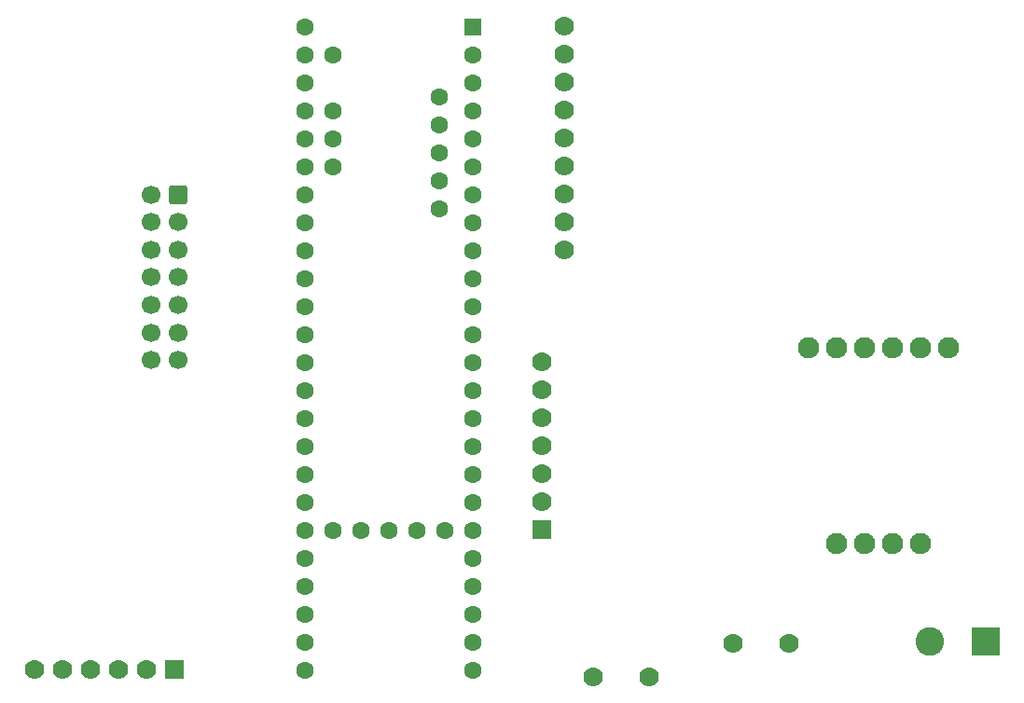
<source format=gbr>
%TF.GenerationSoftware,KiCad,Pcbnew,(6.0.5)*%
%TF.CreationDate,2022-06-23T19:18:52+02:00*%
%TF.ProjectId,odb,6f64622e-6b69-4636-9164-5f7063625858,3*%
%TF.SameCoordinates,Original*%
%TF.FileFunction,Copper,L2,Bot*%
%TF.FilePolarity,Positive*%
%FSLAX46Y46*%
G04 Gerber Fmt 4.6, Leading zero omitted, Abs format (unit mm)*
G04 Created by KiCad (PCBNEW (6.0.5)) date 2022-06-23 19:18:52*
%MOMM*%
%LPD*%
G01*
G04 APERTURE LIST*
G04 Aperture macros list*
%AMRoundRect*
0 Rectangle with rounded corners*
0 $1 Rounding radius*
0 $2 $3 $4 $5 $6 $7 $8 $9 X,Y pos of 4 corners*
0 Add a 4 corners polygon primitive as box body*
4,1,4,$2,$3,$4,$5,$6,$7,$8,$9,$2,$3,0*
0 Add four circle primitives for the rounded corners*
1,1,$1+$1,$2,$3*
1,1,$1+$1,$4,$5*
1,1,$1+$1,$6,$7*
1,1,$1+$1,$8,$9*
0 Add four rect primitives between the rounded corners*
20,1,$1+$1,$2,$3,$4,$5,0*
20,1,$1+$1,$4,$5,$6,$7,0*
20,1,$1+$1,$6,$7,$8,$9,0*
20,1,$1+$1,$8,$9,$2,$3,0*%
G04 Aperture macros list end*
%TA.AperFunction,ComponentPad*%
%ADD10C,1.778000*%
%TD*%
%TA.AperFunction,ComponentPad*%
%ADD11R,2.600000X2.600000*%
%TD*%
%TA.AperFunction,ComponentPad*%
%ADD12C,2.600000*%
%TD*%
%TA.AperFunction,ComponentPad*%
%ADD13R,1.600000X1.600000*%
%TD*%
%TA.AperFunction,ComponentPad*%
%ADD14C,1.600000*%
%TD*%
%TA.AperFunction,ComponentPad*%
%ADD15R,1.778000X1.778000*%
%TD*%
%TA.AperFunction,ComponentPad*%
%ADD16RoundRect,0.250000X0.600000X0.600000X-0.600000X0.600000X-0.600000X-0.600000X0.600000X-0.600000X0*%
%TD*%
%TA.AperFunction,ComponentPad*%
%ADD17C,1.700000*%
%TD*%
%TA.AperFunction,ComponentPad*%
%ADD18C,1.930400*%
%TD*%
G04 APERTURE END LIST*
D10*
%TO.P,SW1,1,A*%
%TO.N,Net-(J1-Pad1)*%
X172752000Y-121319500D03*
%TO.P,SW1,2,B*%
%TO.N,+5V*%
X167672000Y-121319500D03*
%TD*%
%TO.P,SW2,1,A*%
%TO.N,Net-(SW2-Pad1)*%
X155035000Y-124365000D03*
%TO.P,SW2,2,B*%
%TO.N,Net-(J1-Pad1)*%
X160115000Y-124365000D03*
%TD*%
D11*
%TO.P,J1,1,Pin_1*%
%TO.N,Net-(J1-Pad1)*%
X190627000Y-121224500D03*
D12*
%TO.P,J1,2,Pin_2*%
%TO.N,GND*%
X185547000Y-121224500D03*
%TD*%
D10*
%TO.P,U4,1,3.3V*%
%TO.N,unconnected-(U4-Pad1)*%
X152400000Y-85644442D03*
%TO.P,U4,2,EN*%
%TO.N,unconnected-(U4-Pad2)*%
X152400000Y-83104442D03*
%TO.P,U4,3,VBAT*%
%TO.N,unconnected-(U4-Pad3)*%
X152400000Y-80564442D03*
%TO.P,U4,4,FIX*%
%TO.N,unconnected-(U4-Pad4)*%
X152400000Y-78024442D03*
%TO.P,U4,5,TX*%
%TO.N,Net-(U4-Pad5)*%
X152400000Y-75484442D03*
%TO.P,U4,6,RX*%
%TO.N,unconnected-(U4-Pad6)*%
X152400000Y-72944442D03*
%TO.P,U4,7,GND*%
%TO.N,GND*%
X152400000Y-70404442D03*
%TO.P,U4,8,VIN*%
%TO.N,+5V*%
X152400000Y-67864442D03*
%TO.P,U4,9,PPS*%
%TO.N,unconnected-(U4-Pad9)*%
X152400000Y-65324442D03*
%TD*%
D13*
%TO.P,U5,1,GND*%
%TO.N,GND*%
X144074067Y-65374442D03*
D14*
%TO.P,U5,2,0_RX1_MOSI1_Touch*%
%TO.N,Net-(U5-Pad2)*%
X144074067Y-67914442D03*
%TO.P,U5,3,1_TX1_MISO1_Touch*%
%TO.N,unconnected-(U4-Pad6)*%
X144074067Y-70454442D03*
%TO.P,U5,4,2_PWM*%
%TO.N,unconnected-(U5-Pad4)*%
X144074067Y-72994442D03*
%TO.P,U5,5,3_PWM_CAN0TX_SCL2*%
%TO.N,unconnected-(U5-Pad5)*%
X144074067Y-75534442D03*
%TO.P,U5,6,4_PWM_CAN0RX_SDA2*%
%TO.N,unconnected-(U5-Pad6)*%
X144074067Y-78074442D03*
%TO.P,U5,7,5_PWM_TX1_MISO1*%
%TO.N,unconnected-(U5-Pad7)*%
X144074067Y-80614442D03*
%TO.P,U5,8,6_PWM*%
%TO.N,unconnected-(U5-Pad8)*%
X144074067Y-83154442D03*
%TO.P,U5,9,7_RX3_MOSI0_SCL0*%
%TO.N,Net-(U2-Pad5)*%
X144074067Y-85694442D03*
%TO.P,U5,10,8_TX3_MISO0_SDA0*%
%TO.N,Net-(U2-Pad4)*%
X144074067Y-88234442D03*
%TO.P,U5,11,9_PWM_RX2_CS0*%
%TO.N,unconnected-(U5-Pad11)*%
X144074067Y-90774442D03*
%TO.P,U5,12,10_PWM_TX2_CS0*%
%TO.N,unconnected-(U5-Pad12)*%
X144074067Y-93314442D03*
%TO.P,U5,13,11_MOSI0*%
%TO.N,unconnected-(U5-Pad13)*%
X144074067Y-95854442D03*
%TO.P,U5,14,12_MISO0*%
%TO.N,unconnected-(U5-Pad14)*%
X144074067Y-98394442D03*
%TO.P,U5,15,3.3V*%
%TO.N,unconnected-(U5-Pad15)*%
X144074067Y-100934442D03*
%TO.P,U5,16,24*%
%TO.N,unconnected-(U5-Pad16)*%
X144074067Y-103474442D03*
%TO.P,U5,17,25*%
%TO.N,unconnected-(U5-Pad17)*%
X144074067Y-106014442D03*
%TO.P,U5,18,26_TX1_SCL2*%
%TO.N,unconnected-(U5-Pad18)*%
X144074067Y-108554442D03*
%TO.P,U5,19,27_RX1_SCK0*%
%TO.N,unconnected-(U5-Pad19)*%
X144074067Y-111094442D03*
%TO.P,U5,20,28_MOSI0*%
%TO.N,unconnected-(U5-Pad20)*%
X144074067Y-113634442D03*
%TO.P,U5,21,29_PWM_CAN0TX_Touch*%
%TO.N,unconnected-(U5-Pad21)*%
X144074067Y-116174442D03*
%TO.P,U5,22,30_PWM_CAN0RX_Touch*%
%TO.N,unconnected-(U5-Pad22)*%
X144074067Y-118714442D03*
%TO.P,U5,23,31_A12_RX4_CS1*%
%TO.N,Net-(U1-Pad4)*%
X144074067Y-121254442D03*
%TO.P,U5,24,32_A13_TX4_SCK1*%
%TO.N,Net-(U1-Pad3)*%
X144074067Y-123794442D03*
%TO.P,U5,25,VBat*%
%TO.N,unconnected-(U5-Pad25)*%
X141534067Y-111094442D03*
%TO.P,U5,26,3.3V*%
%TO.N,unconnected-(U5-Pad26)*%
X138994067Y-111094442D03*
%TO.P,U5,27,GND*%
%TO.N,unconnected-(U5-Pad27)*%
X136454067Y-111094442D03*
%TO.P,U5,28,Program*%
%TO.N,unconnected-(U5-Pad28)*%
X133914067Y-111094442D03*
%TO.P,U5,29,Reset*%
%TO.N,unconnected-(U5-Pad29)*%
X131374067Y-111094442D03*
%TO.P,U5,30,33_A14_TX5_CAN1TX_SCL0*%
%TO.N,unconnected-(U5-Pad30)*%
X128834067Y-123794442D03*
%TO.P,U5,31,34_A15_RX5_CAN1RX_SDA0*%
%TO.N,unconnected-(U5-Pad31)*%
X128834067Y-121254442D03*
%TO.P,U5,32,35_A16_PWM*%
%TO.N,unconnected-(U5-Pad32)*%
X128834067Y-118714442D03*
%TO.P,U5,33,36_A17_PWM*%
%TO.N,unconnected-(U5-Pad33)*%
X128834067Y-116174442D03*
%TO.P,U5,34,37_A18_PWM_SCL1*%
%TO.N,unconnected-(U5-Pad34)*%
X128834067Y-113634442D03*
%TO.P,U5,35,38_A19_PWM_SDA1*%
%TO.N,/A19*%
X128834067Y-111094442D03*
%TO.P,U5,36,39_A20*%
%TO.N,/A20*%
X128834067Y-108554442D03*
%TO.P,U5,37,A21_DAC0*%
%TO.N,/A21*%
X128834067Y-106014442D03*
%TO.P,U5,38,A22_DAC1*%
%TO.N,/A22*%
X128834067Y-103474442D03*
%TO.P,U5,39,GND*%
%TO.N,unconnected-(U5-Pad39)*%
X128834067Y-100934442D03*
%TO.P,U5,40,13_SCK0_LED*%
%TO.N,unconnected-(U5-Pad40)*%
X128834067Y-98394442D03*
%TO.P,U5,41,14_A0_PWM_SCK0*%
%TO.N,/A0*%
X128834067Y-95854442D03*
%TO.P,U5,42,15_A1_CS0_Touch*%
%TO.N,/A1*%
X128834067Y-93314442D03*
%TO.P,U5,43,16_A2_SCL0_Touch*%
%TO.N,/A2*%
X128834067Y-90774442D03*
%TO.P,U5,44,17_A3_SDA0_Touch*%
%TO.N,/A3*%
X128834067Y-88234442D03*
%TO.P,U5,45,18_A4_SDA0_Touch*%
%TO.N,/A4*%
X128834067Y-85694442D03*
%TO.P,U5,46,19_A5_SCL0_Touch*%
%TO.N,/A5*%
X128834067Y-83154442D03*
%TO.P,U5,47,20_A6_PWM_CS0_SCK1*%
%TO.N,/A6*%
X128834067Y-80614442D03*
%TO.P,U5,48,21_A7_PWM_CS0_MOSI1*%
%TO.N,/A7*%
X128834067Y-78074442D03*
%TO.P,U5,49,22_A8_PWM_Touch*%
%TO.N,/A8*%
X128834067Y-75534442D03*
%TO.P,U5,50,23_A9_PWM_Touch*%
%TO.N,/A9*%
X128834067Y-72994442D03*
%TO.P,U5,51,3.3V*%
%TO.N,unconnected-(U5-Pad51)*%
X128834067Y-70454442D03*
%TO.P,U5,52,AGND*%
%TO.N,unconnected-(U5-Pad52)*%
X128834067Y-67914442D03*
%TO.P,U5,53,Vin*%
%TO.N,+5V*%
X128834067Y-65374442D03*
%TO.P,U5,54,VUSB*%
%TO.N,unconnected-(U5-Pad54)*%
X131374067Y-67914442D03*
%TO.P,U5,55,AREF*%
%TO.N,unconnected-(U5-Pad55)*%
X131374067Y-72994442D03*
%TO.P,U5,56,A10*%
%TO.N,unconnected-(U5-Pad56)*%
X131374067Y-75534442D03*
%TO.P,U5,57,A11*%
%TO.N,unconnected-(U5-Pad57)*%
X131374067Y-78074442D03*
%TO.P,U5,58,not_used*%
%TO.N,unconnected-(U5-Pad58)*%
X141074067Y-71724442D03*
%TO.P,U5,59,A26_D-*%
%TO.N,unconnected-(U5-Pad59)*%
X141074067Y-74264442D03*
%TO.P,U5,60,A25_D+*%
%TO.N,unconnected-(U5-Pad60)*%
X141074067Y-76804442D03*
%TO.P,U5,61,GND*%
%TO.N,unconnected-(U5-Pad61)*%
X141074067Y-79344442D03*
%TO.P,U5,62,GND*%
%TO.N,unconnected-(U5-Pad62)*%
X141074067Y-81884442D03*
%TD*%
D15*
%TO.P,U1,1,VDD*%
%TO.N,Net-(SW2-Pad1)*%
X117007000Y-123764500D03*
D10*
%TO.P,U1,2,NRST*%
%TO.N,unconnected-(U1-Pad2)*%
X114427000Y-123764500D03*
%TO.P,U1,3,RXD*%
%TO.N,Net-(U1-Pad3)*%
X111887000Y-123764500D03*
%TO.P,U1,4,TXD*%
%TO.N,Net-(U1-Pad4)*%
X109347000Y-123764500D03*
%TO.P,U1,5,NC*%
%TO.N,unconnected-(U1-Pad5)*%
X106807000Y-123764500D03*
%TO.P,U1,6,GND*%
%TO.N,GND*%
X104267000Y-123764500D03*
%TD*%
D16*
%TO.P,J2,1,Pin_1*%
%TO.N,/A6*%
X117345094Y-80624500D03*
D17*
%TO.P,J2,2,Pin_2*%
%TO.N,/A5*%
X117345094Y-83124500D03*
%TO.P,J2,3,Pin_3*%
%TO.N,/A4*%
X117345094Y-85624500D03*
%TO.P,J2,4,Pin_4*%
%TO.N,/A3*%
X117345094Y-88124500D03*
%TO.P,J2,5,Pin_5*%
%TO.N,/A2*%
X117345094Y-90624500D03*
%TO.P,J2,6,Pin_6*%
%TO.N,/A1*%
X117345094Y-93124500D03*
%TO.P,J2,7,Pin_7*%
%TO.N,/A0*%
X117345094Y-95624500D03*
%TO.P,J2,8,Pin_8*%
%TO.N,/A7*%
X114845094Y-80624500D03*
%TO.P,J2,9,Pin_9*%
%TO.N,/A8*%
X114845094Y-83124500D03*
%TO.P,J2,10,Pin_10*%
%TO.N,/A9*%
X114845094Y-85624500D03*
%TO.P,J2,11,Pin_11*%
%TO.N,/A19*%
X114845094Y-88124500D03*
%TO.P,J2,12,Pin_12*%
%TO.N,/A20*%
X114845094Y-90624500D03*
%TO.P,J2,13,Pin_13*%
%TO.N,/A21*%
X114845094Y-93124500D03*
%TO.P,J2,14,Pin_14*%
%TO.N,/A22*%
X114845094Y-95624500D03*
%TD*%
D15*
%TO.P,U3,1,Vdd*%
%TO.N,+5V*%
X150368000Y-111064500D03*
D10*
%TO.P,U3,2,CAP*%
%TO.N,unconnected-(U3-Pad2)*%
X150368000Y-108524500D03*
%TO.P,U3,3,GND*%
%TO.N,GND*%
X150368000Y-105984500D03*
%TO.P,U3,4,Vddio*%
%TO.N,unconnected-(U3-Pad4)*%
X150368000Y-103444500D03*
%TO.P,U3,5,INT2*%
%TO.N,unconnected-(U3-Pad5)*%
X150368000Y-100904500D03*
%TO.P,U3,6,INT1*%
%TO.N,unconnected-(U3-Pad6)*%
X150368000Y-98364500D03*
%TO.P,U3,7,SDA*%
%TO.N,Net-(U2-Pad4)*%
X150368000Y-95824500D03*
%TD*%
D18*
%TO.P,U2,1,VIN*%
%TO.N,+5V*%
X174535094Y-94554500D03*
%TO.P,U2,1b*%
%TO.N,N/C*%
X177075094Y-112334500D03*
%TO.P,U2,2,3.3V*%
%TO.N,unconnected-(U2-Pad2)*%
X177075094Y-94554500D03*
%TO.P,U2,2b*%
%TO.N,N/C*%
X179615094Y-112334500D03*
%TO.P,U2,3,GND*%
%TO.N,GND*%
X179615094Y-94554500D03*
%TO.P,U2,3b*%
%TO.N,N/C*%
X182155094Y-112334500D03*
%TO.P,U2,4,SDA*%
%TO.N,Net-(U2-Pad4)*%
X182155094Y-94554500D03*
%TO.P,U2,4b*%
%TO.N,N/C*%
X184695094Y-112334500D03*
%TO.P,U2,5,SCL*%
%TO.N,Net-(U2-Pad5)*%
X184695094Y-94554500D03*
%TO.P,U2,6,RST*%
%TO.N,unconnected-(U2-Pad6)*%
X187235094Y-94554500D03*
%TD*%
M02*

</source>
